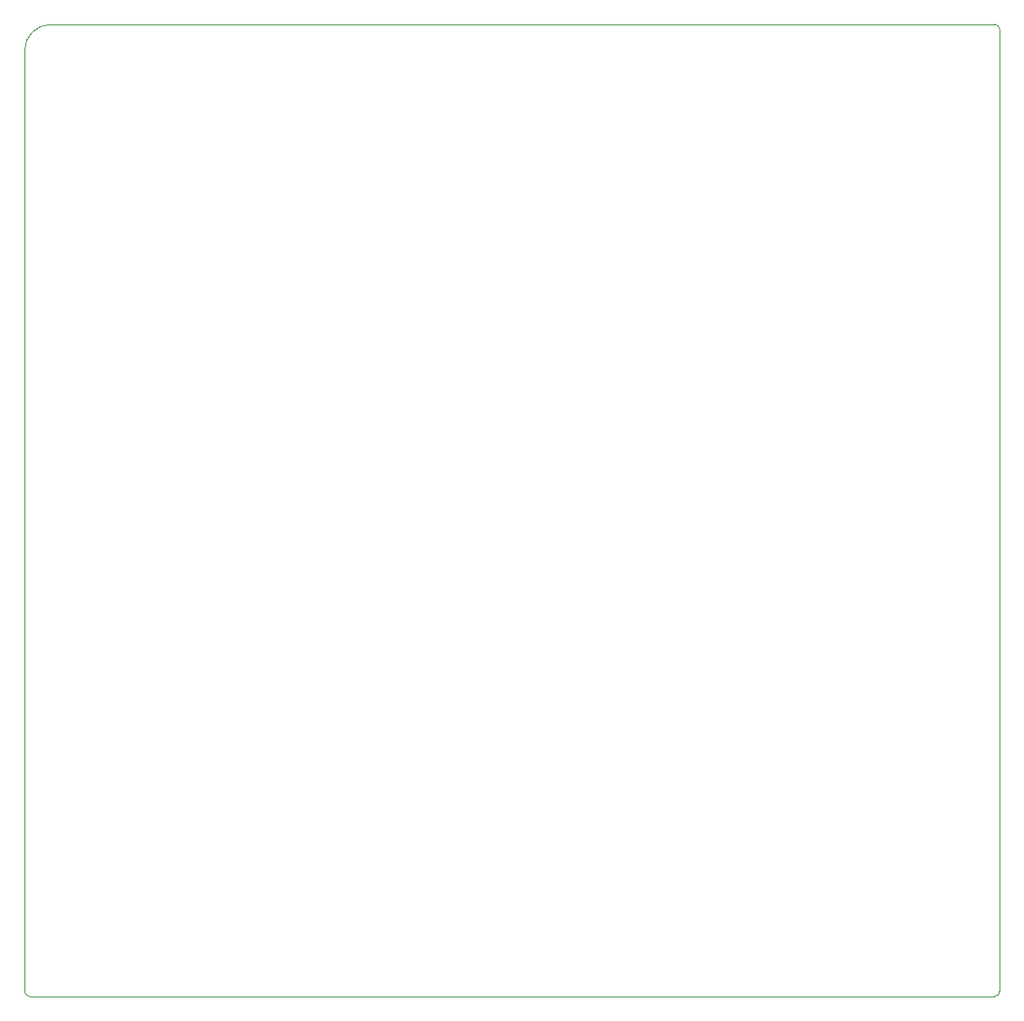
<source format=gbr>
G04 #@! TF.GenerationSoftware,KiCad,Pcbnew,(5.1.4)-1*
G04 #@! TF.CreationDate,2022-12-24T01:49:45-08:00*
G04 #@! TF.ProjectId,SMD-Solder-Practice-Board,534d442d-536f-46c6-9465-722d50726163,rev?*
G04 #@! TF.SameCoordinates,Original*
G04 #@! TF.FileFunction,Profile,NP*
%FSLAX46Y46*%
G04 Gerber Fmt 4.6, Leading zero omitted, Abs format (unit mm)*
G04 Created by KiCad (PCBNEW (5.1.4)-1) date 2022-12-24 01:49:45*
%MOMM*%
%LPD*%
G04 APERTURE LIST*
%ADD10C,0.050000*%
G04 APERTURE END LIST*
D10*
X155448000Y-141986000D02*
X155448000Y-139954000D01*
X61468000Y-142494000D02*
X154940000Y-142494000D01*
X61468000Y-142494000D02*
G75*
G02X60960000Y-141986000I0J508000D01*
G01*
X60960000Y-50800000D02*
X60960000Y-141986000D01*
X155448000Y-141986000D02*
G75*
G02X154940000Y-142494000I-508000J0D01*
G01*
X155448000Y-48768000D02*
X155448000Y-139954000D01*
X154940000Y-48260000D02*
G75*
G02X155448000Y-48768000I0J-508000D01*
G01*
X63500000Y-48260000D02*
X154940000Y-48260000D01*
X60960000Y-50800000D02*
G75*
G02X63500000Y-48260000I2540000J0D01*
G01*
M02*

</source>
